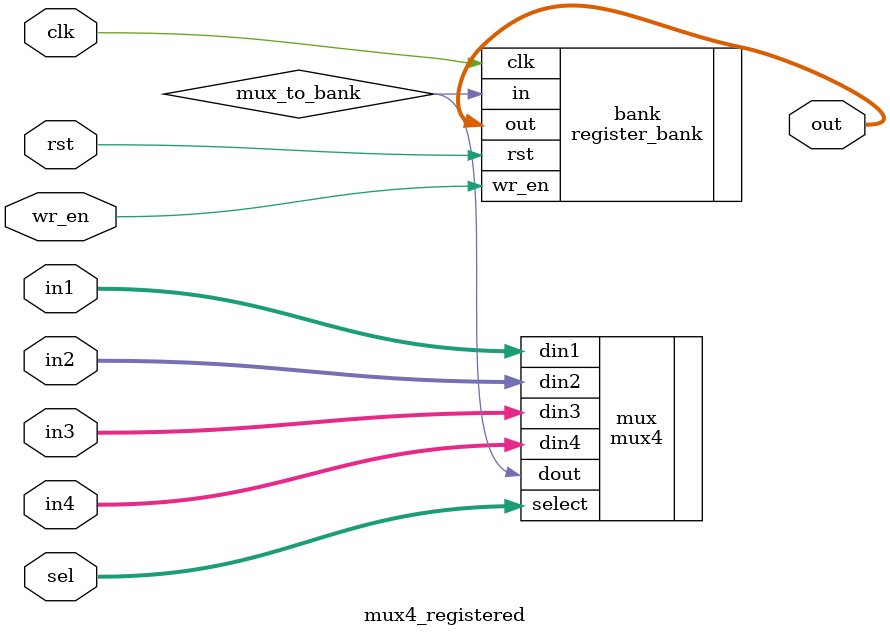
<source format=v>
`include "mux4.v"
`include "register_bank.v"

module mux4_registered #(
    parameter WIDTH = 8
    ) (
    input [0:0]     clk,
    input [0:0]     rst,
    input [1:0]     sel,
    input [0:0]     wr_en,
    input [WIDTH-1:0] in1, in2, in3, in4,
    output [WIDTH-1:0] out
);

    wire mux_to_bank;

    mux4 #(.WIDTH(WIDTH)) mux (
    .din1(in1),
    .din2(in2),
    .din3(in3),
    .din4(in4),
    .select(sel),
    .dout(mux_to_bank)
    );

    register_bank #(.WIDTH(WIDTH)) bank (
    .clk(clk),
    .rst(rst),
    .wr_en(wr_en),
    .in(mux_to_bank),
    .out(out)
    );

endmodule

</source>
